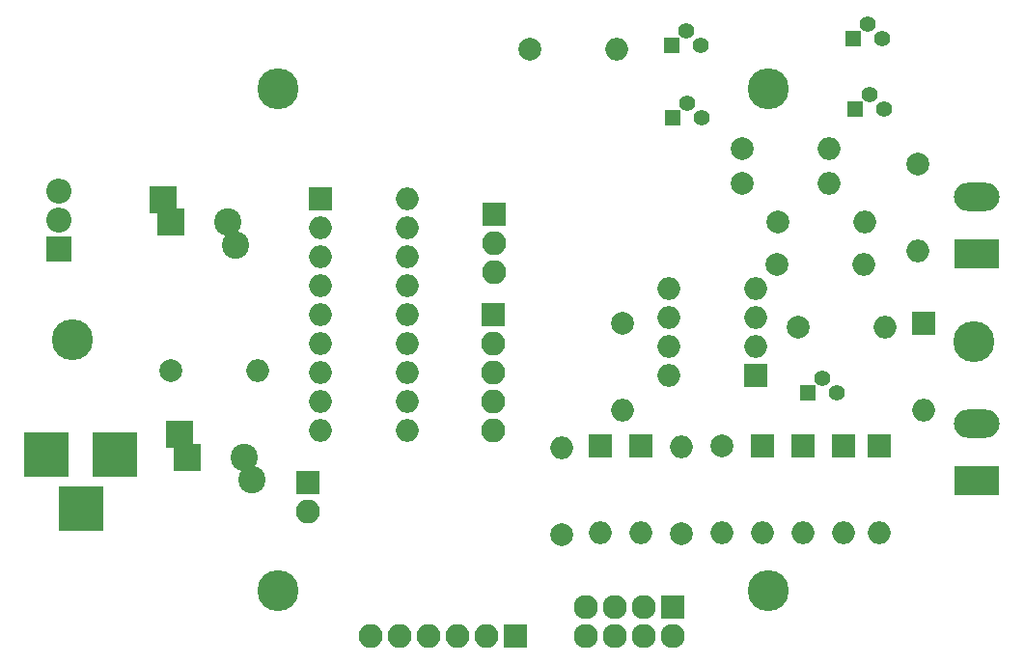
<source format=gts>
G04 #@! TF.FileFunction,Soldermask,Top*
%FSLAX46Y46*%
G04 Gerber Fmt 4.6, Leading zero omitted, Abs format (unit mm)*
G04 Created by KiCad (PCBNEW 4.0.5) date 2017 June 19, Monday 16:04:20*
%MOMM*%
%LPD*%
G01*
G04 APERTURE LIST*
%ADD10C,0.100000*%
%ADD11C,3.600000*%
%ADD12R,2.000000X2.000000*%
%ADD13O,2.000000X2.000000*%
%ADD14R,2.100000X2.100000*%
%ADD15O,2.100000X2.100000*%
%ADD16R,2.127200X2.127200*%
%ADD17O,2.127200X2.127200*%
%ADD18C,1.400000*%
%ADD19R,1.400000X1.400000*%
%ADD20C,2.000000*%
%ADD21R,2.200000X2.200000*%
%ADD22O,2.200000X2.200000*%
%ADD23R,2.400000X2.400000*%
%ADD24C,2.400000*%
%ADD25R,3.900000X3.900000*%
%ADD26R,4.000000X2.500000*%
%ADD27O,4.000000X2.500000*%
G04 APERTURE END LIST*
D10*
D11*
X125500000Y-80200000D03*
X107500000Y-102000000D03*
X107500000Y-58000000D03*
X64500000Y-102000000D03*
X64500000Y-58000000D03*
D12*
X110550000Y-89350000D03*
D13*
X110550000Y-96970000D03*
D12*
X114100000Y-89350000D03*
D13*
X114100000Y-96970000D03*
D12*
X117200000Y-89300000D03*
D13*
X117200000Y-96920000D03*
D12*
X121100000Y-78600000D03*
D13*
X121100000Y-86220000D03*
D12*
X107000000Y-89350000D03*
D13*
X107000000Y-96970000D03*
D12*
X96350000Y-89350000D03*
D13*
X96350000Y-96970000D03*
D12*
X92800000Y-89350000D03*
D13*
X92800000Y-96970000D03*
D14*
X83400000Y-77840000D03*
D15*
X83400000Y-80380000D03*
X83400000Y-82920000D03*
X83400000Y-85460000D03*
X83400000Y-88000000D03*
D14*
X83500000Y-69020000D03*
D15*
X83500000Y-71560000D03*
X83500000Y-74100000D03*
D16*
X99100000Y-103460000D03*
D17*
X99100000Y-106000000D03*
X96560000Y-103460000D03*
X96560000Y-106000000D03*
X94020000Y-103460000D03*
X94020000Y-106000000D03*
X91480000Y-103460000D03*
X91480000Y-106000000D03*
D14*
X85340000Y-106000000D03*
D15*
X82800000Y-106000000D03*
X80260000Y-106000000D03*
X77720000Y-106000000D03*
X75180000Y-106000000D03*
X72640000Y-106000000D03*
D18*
X112270000Y-83430000D03*
X113540000Y-84700000D03*
D19*
X111000000Y-84700000D03*
D18*
X116200000Y-52300000D03*
X117470000Y-53570000D03*
D19*
X114930000Y-53570000D03*
D18*
X116400000Y-58500000D03*
X117670000Y-59770000D03*
D19*
X115130000Y-59770000D03*
D18*
X100330000Y-52930000D03*
X101600000Y-54200000D03*
D19*
X99060000Y-54200000D03*
D18*
X100400000Y-59300000D03*
X101670000Y-60570000D03*
D19*
X99130000Y-60570000D03*
D20*
X110100000Y-78900000D03*
D13*
X117720000Y-78900000D03*
D20*
X103450000Y-89350000D03*
D13*
X103450000Y-96970000D03*
D20*
X99900000Y-97000000D03*
D13*
X99900000Y-89380000D03*
D20*
X89400000Y-97100000D03*
D13*
X89400000Y-89480000D03*
D20*
X108380000Y-69700000D03*
D13*
X116000000Y-69700000D03*
D20*
X108280000Y-73400000D03*
D13*
X115900000Y-73400000D03*
D20*
X120600000Y-64600000D03*
D13*
X120600000Y-72220000D03*
D20*
X94700000Y-78600000D03*
D13*
X94700000Y-86220000D03*
D20*
X86600000Y-54500000D03*
D13*
X94220000Y-54500000D03*
D20*
X55080000Y-82700000D03*
D13*
X62700000Y-82700000D03*
D20*
X105200000Y-63200000D03*
D13*
X112820000Y-63200000D03*
D20*
X105200000Y-66300000D03*
D13*
X112820000Y-66300000D03*
D12*
X68200000Y-67660000D03*
D13*
X75820000Y-87980000D03*
X68200000Y-70200000D03*
X75820000Y-85440000D03*
X68200000Y-72740000D03*
X75820000Y-82900000D03*
X68200000Y-75280000D03*
X75820000Y-80360000D03*
X68200000Y-77820000D03*
X75820000Y-77820000D03*
X68200000Y-80360000D03*
X75820000Y-75280000D03*
X68200000Y-82900000D03*
X75820000Y-72740000D03*
X68200000Y-85440000D03*
X75820000Y-70200000D03*
X68200000Y-87980000D03*
X75820000Y-67660000D03*
D12*
X106420000Y-83140000D03*
D13*
X98800000Y-75520000D03*
X106420000Y-80600000D03*
X98800000Y-78060000D03*
X106420000Y-78060000D03*
X98800000Y-80600000D03*
X106420000Y-75520000D03*
X98800000Y-83140000D03*
D21*
X45300000Y-72080000D03*
D22*
X45300000Y-69540000D03*
X45300000Y-67000000D03*
D23*
X56500000Y-90300000D03*
D24*
X61500000Y-90300000D03*
D23*
X55827856Y-88300000D03*
D24*
X62172144Y-92300000D03*
D23*
X55100000Y-69700000D03*
D24*
X60100000Y-69700000D03*
D23*
X54427856Y-67700000D03*
D24*
X60772144Y-71700000D03*
D25*
X50200000Y-90100000D03*
X44200000Y-90100000D03*
X47200000Y-94800000D03*
D26*
X125800000Y-92400000D03*
D27*
X125800000Y-87400000D03*
D26*
X125800000Y-72500000D03*
D27*
X125800000Y-67500000D03*
D14*
X67100000Y-92500000D03*
D15*
X67100000Y-95040000D03*
D11*
X46500000Y-80000000D03*
M02*

</source>
